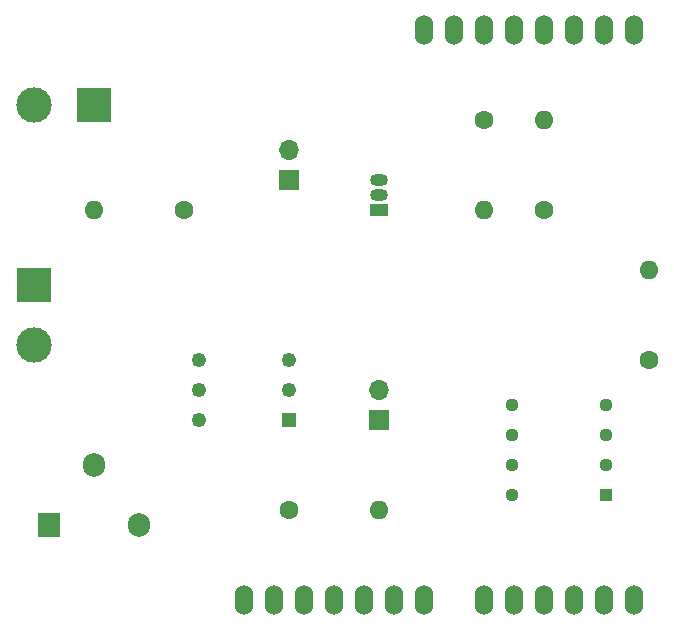
<source format=gbr>
%TF.GenerationSoftware,KiCad,Pcbnew,(5.1.9)-1*%
%TF.CreationDate,2021-05-12T10:09:58-03:00*%
%TF.ProjectId,esquematico,65737175-656d-4617-9469-636f2e6b6963,rev?*%
%TF.SameCoordinates,Original*%
%TF.FileFunction,Soldermask,Top*%
%TF.FilePolarity,Negative*%
%FSLAX46Y46*%
G04 Gerber Fmt 4.6, Leading zero omitted, Abs format (unit mm)*
G04 Created by KiCad (PCBNEW (5.1.9)-1) date 2021-05-12 10:09:58*
%MOMM*%
%LPD*%
G01*
G04 APERTURE LIST*
%ADD10O,1.905000X2.000000*%
%ADD11R,1.905000X2.000000*%
%ADD12C,3.000000*%
%ADD13R,3.000000X3.000000*%
%ADD14O,1.524000X2.540000*%
%ADD15C,1.248000*%
%ADD16R,1.248000X1.248000*%
%ADD17O,1.700000X1.700000*%
%ADD18R,1.700000X1.700000*%
%ADD19O,1.600000X1.600000*%
%ADD20C,1.600000*%
%ADD21R,1.500000X1.050000*%
%ADD22O,1.500000X1.050000*%
%ADD23R,1.130000X1.130000*%
%ADD24C,1.130000*%
G04 APERTURE END LIST*
D10*
%TO.C,Q2*%
X63500000Y-77470000D03*
X59690000Y-72390000D03*
D11*
X55880000Y-77470000D03*
%TD*%
D12*
%TO.C,AC*%
X54610000Y-62230000D03*
D13*
X54610000Y-57150000D03*
%TD*%
D14*
%TO.C,S11*%
X72390000Y-83820000D03*
X74930000Y-83820000D03*
X77470000Y-83820000D03*
X82550000Y-83820000D03*
X80010000Y-83820000D03*
X85090000Y-83820000D03*
X87630000Y-83820000D03*
X92710000Y-83820000D03*
X95250000Y-83820000D03*
X100330000Y-83820000D03*
X97790000Y-83820000D03*
X102870000Y-83820000D03*
X105410000Y-83820000D03*
X92710000Y-35560000D03*
X90170000Y-35560000D03*
X87630000Y-35560000D03*
X95250000Y-35560000D03*
X97790000Y-35560000D03*
X100330000Y-35560000D03*
X102870000Y-35560000D03*
X105410000Y-35560000D03*
%TD*%
D15*
%TO.C,U1*%
X68580000Y-68580000D03*
X68580000Y-66040000D03*
X68580000Y-63500000D03*
X76200000Y-63500000D03*
X76200000Y-66040000D03*
D16*
X76200000Y-68580000D03*
%TD*%
D17*
%TO.C,TH1*%
X83820000Y-66040000D03*
D18*
X83820000Y-68580000D03*
%TD*%
D17*
%TO.C,SW1*%
X76200000Y-45720000D03*
D18*
X76200000Y-48260000D03*
%TD*%
D19*
%TO.C,R5*%
X59690000Y-50800000D03*
D20*
X67310000Y-50800000D03*
%TD*%
D19*
%TO.C,R3*%
X92710000Y-50800000D03*
D20*
X92710000Y-43180000D03*
%TD*%
D19*
%TO.C,R2*%
X97790000Y-43180000D03*
D20*
X97790000Y-50800000D03*
%TD*%
D19*
%TO.C,R1*%
X106680000Y-55880000D03*
D20*
X106680000Y-63500000D03*
%TD*%
D21*
%TO.C,Q1*%
X83820000Y-50800000D03*
D22*
X83820000Y-48260000D03*
X83820000Y-49530000D03*
%TD*%
D13*
%TO.C,R4(Aquecedor)1*%
X59690000Y-41910000D03*
D12*
X54610000Y-41910000D03*
%TD*%
D23*
%TO.C,U1A1A1*%
X103030000Y-74930000D03*
D24*
X103030000Y-72390000D03*
X103030000Y-69850000D03*
X103030000Y-67310000D03*
X95090000Y-67310000D03*
X95090000Y-69850000D03*
X95090000Y-72390000D03*
X95090000Y-74930000D03*
%TD*%
D20*
%TO.C,R6*%
X76200000Y-76200000D03*
D19*
X83820000Y-76200000D03*
%TD*%
M02*

</source>
